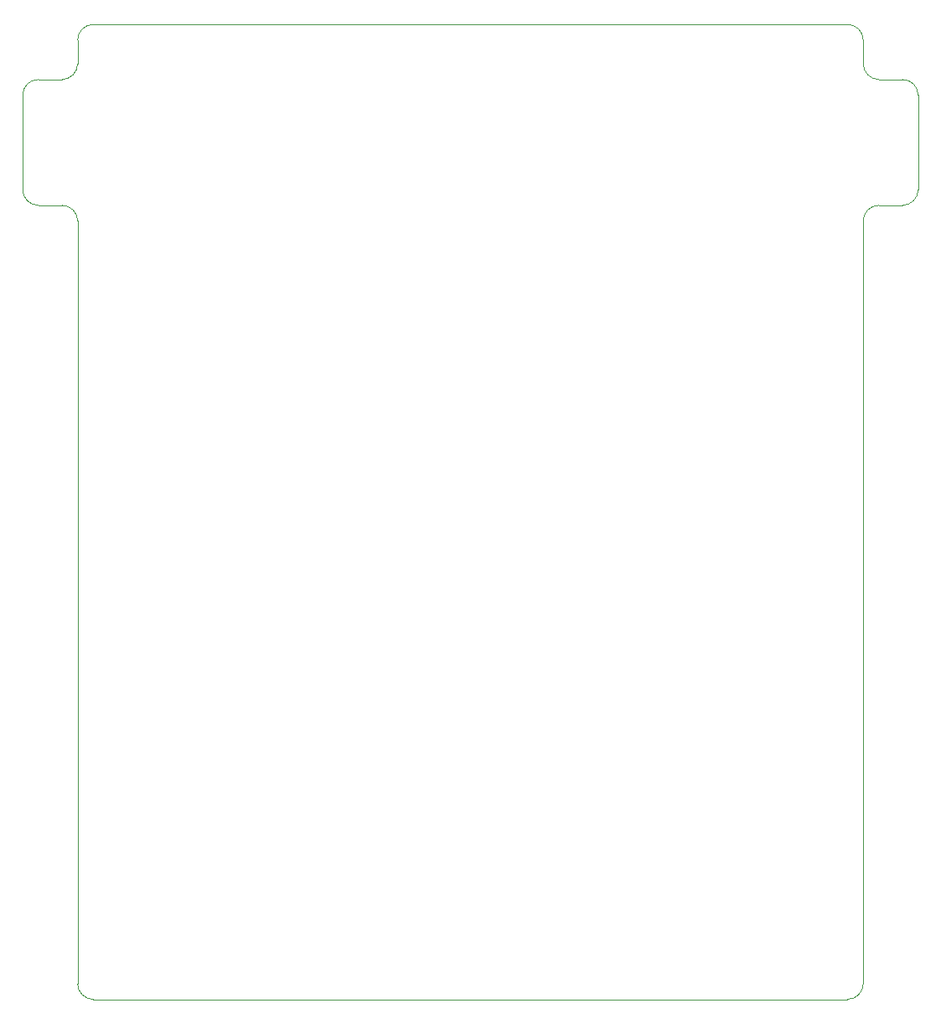
<source format=gbr>
G04 #@! TF.GenerationSoftware,KiCad,Pcbnew,(5.1.4)-1*
G04 #@! TF.CreationDate,2021-01-30T01:06:02-06:00*
G04 #@! TF.ProjectId,65Numpad,36354e75-6d70-4616-942e-6b696361645f,rev?*
G04 #@! TF.SameCoordinates,Original*
G04 #@! TF.FileFunction,Profile,NP*
%FSLAX46Y46*%
G04 Gerber Fmt 4.6, Leading zero omitted, Abs format (unit mm)*
G04 Created by KiCad (PCBNEW (5.1.4)-1) date 2021-01-30 01:06:02*
%MOMM*%
%LPD*%
G04 APERTURE LIST*
%ADD10C,0.050000*%
G04 APERTURE END LIST*
D10*
X327818750Y-49212500D02*
X327818750Y-51593750D01*
X323850000Y-65881250D02*
X326231250Y-65881250D01*
X323850000Y-65881250D02*
G75*
G02X322262500Y-64293750I0J1587500D01*
G01*
X323850000Y-53181250D02*
X326231250Y-53181250D01*
X322262500Y-54768750D02*
G75*
G02X323850000Y-53181250I1587500J0D01*
G01*
X326231250Y-65881250D02*
G75*
G02X327818750Y-67468750I0J-1587500D01*
G01*
X407193750Y-49212500D02*
X407193750Y-51593750D01*
X408781250Y-53181250D02*
G75*
G02X407193750Y-51593750I0J1587500D01*
G01*
X411162500Y-65881250D02*
X408781250Y-65881250D01*
X412750000Y-64293750D02*
X412750000Y-54768750D01*
X411162500Y-53181250D02*
G75*
G02X412750000Y-54768750I0J-1587500D01*
G01*
X408781250Y-53181250D02*
X411162500Y-53181250D01*
X407193750Y-67468750D02*
G75*
G02X408781250Y-65881250I1587500J0D01*
G01*
X327818750Y-51593750D02*
G75*
G02X326231250Y-53181250I-1587500J0D01*
G01*
X412750000Y-64293750D02*
G75*
G02X411162500Y-65881250I-1587500J0D01*
G01*
X329406250Y-146050000D02*
G75*
G02X327818750Y-144462500I0J1587500D01*
G01*
X407193750Y-144462500D02*
X407193750Y-67468750D01*
X407193750Y-144462500D02*
G75*
G02X405606250Y-146050000I-1587500J0D01*
G01*
X329406250Y-146050000D02*
X405606250Y-146050000D01*
X322262500Y-54768750D02*
X322262500Y-64293750D01*
X327818750Y-67468750D02*
X327818750Y-144462500D01*
X405606250Y-47625000D02*
X329406250Y-47625000D01*
X405606250Y-47625000D02*
G75*
G02X407193750Y-49212500I0J-1587500D01*
G01*
X327818750Y-49212500D02*
G75*
G02X329406250Y-47625000I1587500J0D01*
G01*
M02*

</source>
